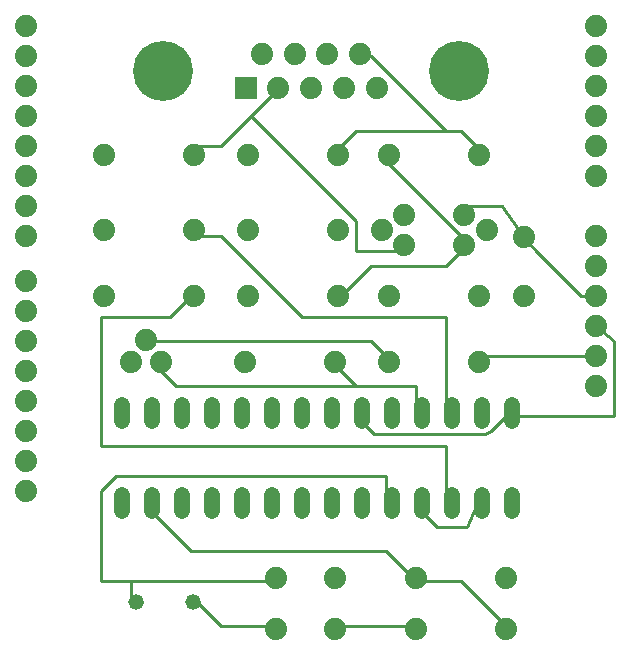
<source format=gbl>
G75*
G70*
%OFA0B0*%
%FSLAX24Y24*%
%IPPOS*%
%LPD*%
%AMOC8*
5,1,8,0,0,1.08239X$1,22.5*
%
%ADD10C,0.0740*%
%ADD11C,0.0520*%
%ADD12C,0.0520*%
%ADD13R,0.0740X0.0740*%
%ADD14C,0.2000*%
%ADD15C,0.0100*%
D10*
X001506Y012268D03*
X001506Y013268D03*
X001506Y014268D03*
X001506Y015268D03*
X001506Y016268D03*
X001506Y017268D03*
X001506Y018268D03*
X001506Y019268D03*
X001506Y020768D03*
X001506Y021768D03*
X001506Y022768D03*
X001506Y023768D03*
X001506Y024768D03*
X001506Y025768D03*
X001506Y026768D03*
X001506Y027768D03*
X004106Y023468D03*
X004106Y020968D03*
X004106Y018768D03*
X005506Y017318D03*
X006006Y016568D03*
X005006Y016568D03*
X007106Y018768D03*
X007106Y020968D03*
X007106Y023468D03*
X008906Y023468D03*
X009915Y025709D03*
X009372Y026827D03*
X010463Y026827D03*
X011006Y025709D03*
X011549Y026827D03*
X012096Y025709D03*
X012640Y026827D03*
X013187Y025709D03*
X013606Y023468D03*
X014106Y021468D03*
X014106Y020468D03*
X013356Y020968D03*
X011906Y020968D03*
X011906Y018768D03*
X011806Y016568D03*
X013606Y016568D03*
X013606Y018768D03*
X016106Y020468D03*
X016856Y020968D03*
X016106Y021468D03*
X016606Y023468D03*
X018106Y020752D03*
X018106Y018784D03*
X016606Y018768D03*
X016606Y016568D03*
X020506Y016768D03*
X020506Y015768D03*
X020506Y017768D03*
X020506Y018768D03*
X020506Y019768D03*
X020506Y020768D03*
X020506Y022768D03*
X020506Y023768D03*
X020506Y024768D03*
X020506Y025768D03*
X020506Y026768D03*
X020506Y027768D03*
X011906Y023468D03*
X008906Y020968D03*
X008906Y018768D03*
X008806Y016568D03*
X009822Y009368D03*
X009822Y007668D03*
X011790Y007668D03*
X011790Y009368D03*
X014506Y009368D03*
X014506Y007668D03*
X017506Y007668D03*
X017506Y009368D03*
D11*
X005156Y008568D03*
X007056Y008568D03*
D12*
X006706Y011608D02*
X006706Y012128D01*
X005706Y012128D02*
X005706Y011608D01*
X004706Y011608D02*
X004706Y012128D01*
X004706Y014608D02*
X004706Y015128D01*
X005706Y015128D02*
X005706Y014608D01*
X006706Y014608D02*
X006706Y015128D01*
X007706Y015128D02*
X007706Y014608D01*
X008706Y014608D02*
X008706Y015128D01*
X009706Y015128D02*
X009706Y014608D01*
X010706Y014608D02*
X010706Y015128D01*
X011706Y015128D02*
X011706Y014608D01*
X012706Y014608D02*
X012706Y015128D01*
X013706Y015128D02*
X013706Y014608D01*
X014706Y014608D02*
X014706Y015128D01*
X015706Y015128D02*
X015706Y014608D01*
X016706Y014608D02*
X016706Y015128D01*
X017706Y015128D02*
X017706Y014608D01*
X017706Y012128D02*
X017706Y011608D01*
X016706Y011608D02*
X016706Y012128D01*
X015706Y012128D02*
X015706Y011608D01*
X014706Y011608D02*
X014706Y012128D01*
X013706Y012128D02*
X013706Y011608D01*
X012706Y011608D02*
X012706Y012128D01*
X011706Y012128D02*
X011706Y011608D01*
X010706Y011608D02*
X010706Y012128D01*
X009706Y012128D02*
X009706Y011608D01*
X008706Y011608D02*
X008706Y012128D01*
X007706Y012128D02*
X007706Y011608D01*
D13*
X008825Y025709D03*
D14*
X006085Y026268D03*
X015927Y026268D03*
D15*
X016006Y024268D02*
X015506Y024268D01*
X013006Y026768D01*
X012640Y026827D01*
X012506Y024268D02*
X015506Y024268D01*
X016006Y024268D02*
X016506Y023768D01*
X016606Y023468D01*
X016106Y021768D02*
X016106Y021468D01*
X016106Y021768D02*
X017356Y021768D01*
X017506Y021568D01*
X018106Y020752D01*
X018506Y020268D01*
X020006Y018768D01*
X020506Y018768D01*
X020506Y017768D02*
X021106Y017268D01*
X021106Y014768D01*
X017506Y014768D01*
X017706Y014868D01*
X017506Y014768D02*
X017006Y014268D01*
X016806Y014168D01*
X013106Y014168D01*
X012506Y014768D01*
X012706Y014868D01*
X012506Y015768D02*
X006506Y015768D01*
X006006Y016268D01*
X006006Y016568D01*
X005506Y017268D02*
X005506Y017318D01*
X005506Y017268D02*
X013006Y017268D01*
X013506Y016768D01*
X013606Y016568D01*
X014506Y015768D02*
X012506Y015768D01*
X012006Y016268D01*
X011806Y016568D01*
X010706Y018068D02*
X015506Y018068D01*
X015506Y014768D01*
X015706Y014868D01*
X015506Y013768D02*
X004006Y013768D01*
X004006Y018068D01*
X006306Y018068D01*
X007006Y018768D01*
X007106Y018768D01*
X007006Y020768D02*
X007106Y020968D01*
X007006Y020768D02*
X008006Y020768D01*
X010706Y018068D01*
X011906Y018768D02*
X012006Y018768D01*
X013006Y019768D01*
X015506Y019768D01*
X016006Y020268D01*
X016106Y020468D01*
X016006Y020768D01*
X013506Y023268D01*
X013606Y023468D01*
X012506Y024268D02*
X012006Y023768D01*
X011906Y023468D01*
X012506Y021268D02*
X012506Y020268D01*
X014006Y020268D01*
X014106Y020468D01*
X012506Y021268D02*
X009006Y024768D01*
X010006Y025768D01*
X009915Y025709D01*
X009006Y024768D02*
X008006Y023768D01*
X007006Y023768D01*
X007106Y023468D01*
X004506Y012768D02*
X004006Y012268D01*
X004006Y009268D01*
X005006Y009268D01*
X005006Y008768D01*
X005156Y008568D01*
X005006Y009268D02*
X009506Y009268D01*
X009822Y009368D01*
X009506Y007768D02*
X009822Y007668D01*
X009506Y007768D02*
X008006Y007768D01*
X007006Y008768D01*
X007056Y008568D01*
X007006Y010268D02*
X013506Y010268D01*
X014506Y009268D01*
X014506Y009368D01*
X014506Y009268D02*
X016006Y009268D01*
X017506Y007768D01*
X017506Y007668D01*
X016206Y011068D02*
X015206Y011068D01*
X014506Y011768D01*
X014706Y011868D01*
X015506Y011768D02*
X015706Y011868D01*
X015506Y011768D02*
X015506Y013768D01*
X014706Y014868D02*
X014506Y014768D01*
X014506Y015768D01*
X013506Y012768D02*
X004506Y012768D01*
X005506Y011768D02*
X005706Y011868D01*
X005506Y011768D02*
X007006Y010268D01*
X011790Y007668D02*
X012006Y007768D01*
X014506Y007768D01*
X014506Y007668D01*
X016206Y011068D02*
X016506Y011768D01*
X016706Y011868D01*
X013706Y011868D02*
X013506Y011768D01*
X013506Y012768D01*
X016606Y016568D02*
X016506Y016768D01*
X020506Y016768D01*
M02*

</source>
